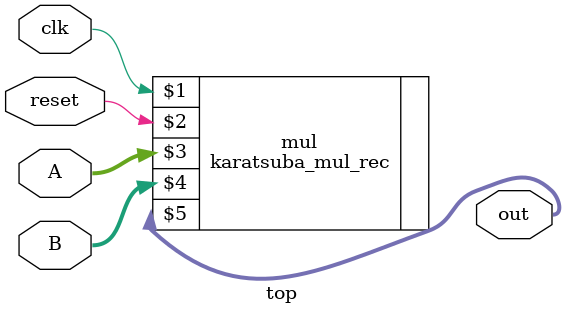
<source format=v>
`timescale 1ns / 1ps


module top(
    input clk, reset,
    input [31:0] A,
    input [31:0] B,
    output [63:0] out
);
    //reg clk, reset;
    //reg [31:0] A, B;
    //wire [63:0] out;
    
    karatsuba_mul_rec #(32) mul(clk, reset, A, B, out);
    
    /*initial begin
        clk = 0; reset = 1; A = 32'hF2F4F1F0; B = 32'hBF3FFAFF;
        #10 reset = 0;
        #10 A = 32'h7; B = 32'h9;
        #10 A = 32'hF01FF32F; B = 32'hF01AF32F;
        #200 $finish();
    end
    
    always #5 clk = ~clk;*/    

endmodule

</source>
